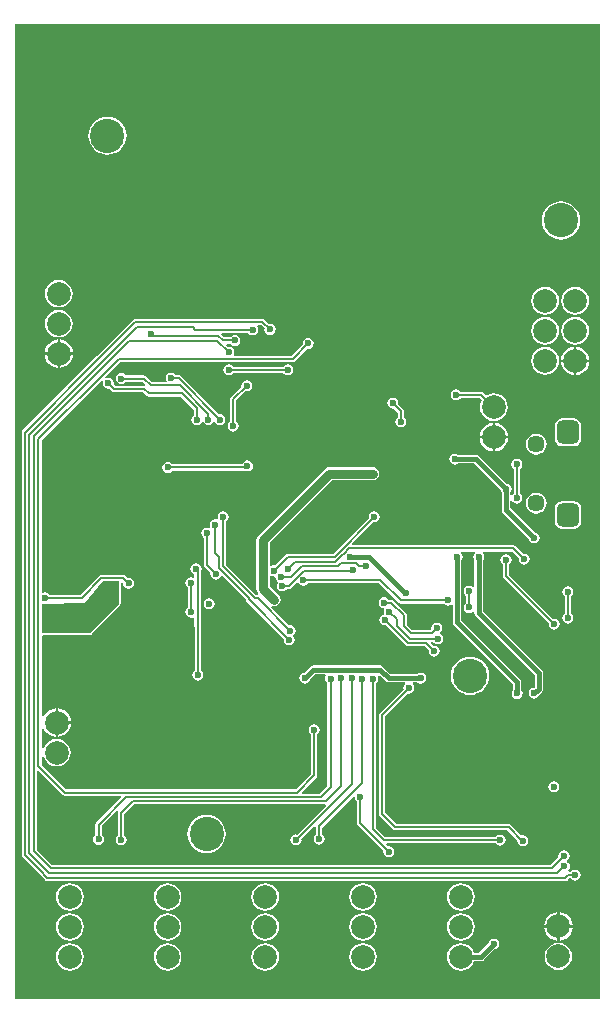
<source format=gbl>
G04*
G04 #@! TF.GenerationSoftware,Altium Limited,Altium Designer,19.0.13 (425)*
G04*
G04 Layer_Physical_Order=2*
G04 Layer_Color=16711680*
%FSLAX25Y25*%
%MOIN*%
G70*
G01*
G75*
%ADD12C,0.00787*%
%ADD61C,0.03150*%
%ADD104C,0.01575*%
%ADD105C,0.11417*%
%ADD106C,0.07874*%
G04:AMPARAMS|DCode=107|XSize=78.74mil|YSize=74.8mil|CornerRadius=18.7mil|HoleSize=0mil|Usage=FLASHONLY|Rotation=90.000|XOffset=0mil|YOffset=0mil|HoleType=Round|Shape=RoundedRectangle|*
%AMROUNDEDRECTD107*
21,1,0.07874,0.03740,0,0,90.0*
21,1,0.04134,0.07480,0,0,90.0*
1,1,0.03740,0.01870,0.02067*
1,1,0.03740,0.01870,-0.02067*
1,1,0.03740,-0.01870,-0.02067*
1,1,0.03740,-0.01870,0.02067*
%
%ADD107ROUNDEDRECTD107*%
%ADD108C,0.05709*%
%ADD109C,0.02362*%
%ADD110C,0.01500*%
G36*
X195953Y13496D02*
X897D01*
Y338315D01*
X195953D01*
Y13496D01*
D02*
G37*
%LPC*%
G36*
X31850Y307511D02*
X30608Y307389D01*
X29413Y307026D01*
X28312Y306438D01*
X27347Y305645D01*
X26555Y304680D01*
X25966Y303579D01*
X25604Y302384D01*
X25481Y301142D01*
X25604Y299899D01*
X25966Y298704D01*
X26555Y297603D01*
X27347Y296638D01*
X28312Y295846D01*
X29413Y295257D01*
X30608Y294895D01*
X31850Y294773D01*
X33093Y294895D01*
X34288Y295257D01*
X35389Y295846D01*
X36354Y296638D01*
X37146Y297603D01*
X37735Y298704D01*
X38097Y299899D01*
X38220Y301142D01*
X38097Y302384D01*
X37735Y303579D01*
X37146Y304680D01*
X36354Y305645D01*
X35389Y306438D01*
X34288Y307026D01*
X33093Y307389D01*
X31850Y307511D01*
D02*
G37*
G36*
X182992Y279243D02*
X181749Y279121D01*
X180555Y278758D01*
X179454Y278170D01*
X178488Y277378D01*
X177696Y276413D01*
X177108Y275311D01*
X176745Y274117D01*
X176623Y272874D01*
X176745Y271631D01*
X177108Y270437D01*
X177696Y269335D01*
X178488Y268370D01*
X179454Y267578D01*
X180555Y266990D01*
X181749Y266627D01*
X182992Y266505D01*
X184235Y266627D01*
X185430Y266990D01*
X186531Y267578D01*
X187496Y268370D01*
X188288Y269335D01*
X188876Y270437D01*
X189239Y271631D01*
X189361Y272874D01*
X189239Y274117D01*
X188876Y275311D01*
X188288Y276413D01*
X187496Y277378D01*
X186531Y278170D01*
X185430Y278758D01*
X184235Y279121D01*
X182992Y279243D01*
D02*
G37*
G36*
X15590Y253110D02*
X14398Y252953D01*
X13287Y252493D01*
X12333Y251761D01*
X11601Y250807D01*
X11141Y249696D01*
X10984Y248504D01*
X11141Y247312D01*
X11601Y246201D01*
X12333Y245247D01*
X13287Y244515D01*
X14398Y244055D01*
X15590Y243898D01*
X16783Y244055D01*
X17894Y244515D01*
X18848Y245247D01*
X19580Y246201D01*
X20040Y247312D01*
X20197Y248504D01*
X20040Y249696D01*
X19580Y250807D01*
X18848Y251761D01*
X17894Y252493D01*
X16783Y252953D01*
X15590Y253110D01*
D02*
G37*
G36*
X187769Y250748D02*
X186577Y250591D01*
X185466Y250131D01*
X184512Y249399D01*
X183780Y248445D01*
X183320Y247334D01*
X183163Y246142D01*
X183320Y244950D01*
X183780Y243839D01*
X184512Y242885D01*
X185466Y242153D01*
X186577Y241692D01*
X187769Y241535D01*
X188962Y241692D01*
X190073Y242153D01*
X191026Y242885D01*
X191759Y243839D01*
X192219Y244950D01*
X192376Y246142D01*
X192219Y247334D01*
X191759Y248445D01*
X191026Y249399D01*
X190073Y250131D01*
X188962Y250591D01*
X187769Y250748D01*
D02*
G37*
G36*
X177769D02*
X176577Y250591D01*
X175466Y250131D01*
X174512Y249399D01*
X173780Y248445D01*
X173320Y247334D01*
X173163Y246142D01*
X173320Y244950D01*
X173780Y243839D01*
X174512Y242885D01*
X175466Y242153D01*
X176577Y241692D01*
X177769Y241535D01*
X178962Y241692D01*
X180072Y242153D01*
X181026Y242885D01*
X181758Y243839D01*
X182219Y244950D01*
X182376Y246142D01*
X182219Y247334D01*
X181758Y248445D01*
X181026Y249399D01*
X180072Y250131D01*
X178962Y250591D01*
X177769Y250748D01*
D02*
G37*
G36*
X83504Y240138D02*
X83504Y240138D01*
X41177D01*
X41177Y240138D01*
X40778Y240059D01*
X40439Y239832D01*
X40439Y239832D01*
X36288Y235681D01*
X36288Y235681D01*
X28446Y227839D01*
X28446Y227839D01*
X28446Y227839D01*
X3499Y202892D01*
X3273Y202554D01*
X3193Y202154D01*
X3193Y202154D01*
X3193Y61349D01*
X3193Y61349D01*
X3273Y60950D01*
X3499Y60611D01*
X8571Y55540D01*
X11045Y53066D01*
X11045Y53066D01*
X11383Y52840D01*
X11783Y52760D01*
X11783Y52760D01*
X177402Y52760D01*
X184473D01*
X184473Y52760D01*
X184873Y52840D01*
X185211Y53066D01*
X185787Y53641D01*
X186315D01*
X186490Y53379D01*
X187089Y52979D01*
X187795Y52838D01*
X188502Y52979D01*
X189101Y53379D01*
X189501Y53978D01*
X189642Y54685D01*
X189501Y55392D01*
X189101Y55991D01*
X188502Y56391D01*
X187795Y56532D01*
X187089Y56391D01*
X186490Y55991D01*
X186315Y55729D01*
X185594D01*
X185442Y56229D01*
X185479Y56253D01*
X185879Y56852D01*
X186020Y57559D01*
X185879Y58266D01*
X185479Y58865D01*
X185123Y59102D01*
X185105Y59691D01*
X185321Y59836D01*
X185721Y60435D01*
X185862Y61142D01*
X185721Y61848D01*
X185321Y62447D01*
X184722Y62848D01*
X184015Y62988D01*
X183309Y62848D01*
X182710Y62447D01*
X182309Y61848D01*
X182169Y61142D01*
X182230Y60833D01*
X179449Y58051D01*
X13383Y57932D01*
X8288Y63027D01*
X8288Y89366D01*
X8750Y89558D01*
X16841Y81467D01*
X16841Y81467D01*
X17179Y81240D01*
X17579Y81161D01*
X36355D01*
X36546Y80699D01*
X28120Y72273D01*
X27894Y71935D01*
X27815Y71535D01*
X27815Y71535D01*
Y68055D01*
X27553Y67880D01*
X27152Y67281D01*
X27012Y66575D01*
X27152Y65868D01*
X27553Y65269D01*
X28152Y64869D01*
X28858Y64728D01*
X29565Y64869D01*
X30164Y65269D01*
X30564Y65868D01*
X30705Y66575D01*
X30564Y67281D01*
X30164Y67880D01*
X29902Y68055D01*
Y71103D01*
X35098Y76299D01*
X35486Y75980D01*
X35414Y75872D01*
X35334Y75472D01*
X35334Y75472D01*
Y68016D01*
X35072Y67841D01*
X34672Y67242D01*
X34532Y66535D01*
X34672Y65829D01*
X35072Y65230D01*
X35671Y64829D01*
X36378Y64689D01*
X37085Y64829D01*
X37684Y65230D01*
X38084Y65829D01*
X38225Y66535D01*
X38084Y67242D01*
X37684Y67841D01*
X37422Y68016D01*
Y75040D01*
X40708Y78326D01*
X104498D01*
X104666Y78065D01*
X104717Y77839D01*
X95074Y68196D01*
X94693Y68271D01*
X93986Y68131D01*
X93387Y67731D01*
X92987Y67132D01*
X92846Y66425D01*
X92987Y65718D01*
X93387Y65119D01*
X93986Y64719D01*
X94693Y64578D01*
X95399Y64719D01*
X95998Y65119D01*
X96399Y65718D01*
X96539Y66425D01*
X96492Y66662D01*
X100871Y71041D01*
X101104Y70986D01*
X101358Y70821D01*
Y68134D01*
X101096Y67959D01*
X100696Y67360D01*
X100555Y66654D01*
X100696Y65947D01*
X101096Y65348D01*
X101695Y64948D01*
X102402Y64807D01*
X103108Y64948D01*
X103707Y65348D01*
X104107Y65947D01*
X104248Y66654D01*
X104107Y67360D01*
X103707Y67959D01*
X103445Y68134D01*
Y70494D01*
X113747Y80796D01*
X114254Y80596D01*
X114357Y80081D01*
X114757Y79482D01*
X115019Y79307D01*
Y72006D01*
X115019Y72006D01*
X115099Y71606D01*
X115325Y71268D01*
X123804Y62788D01*
X123743Y62479D01*
X123884Y61773D01*
X124284Y61174D01*
X124883Y60773D01*
X125590Y60633D01*
X126296Y60773D01*
X126895Y61174D01*
X127295Y61773D01*
X127436Y62479D01*
X127295Y63186D01*
X126895Y63785D01*
X126296Y64185D01*
X125590Y64326D01*
X125280Y64264D01*
X124712Y64833D01*
X124903Y65295D01*
X161236D01*
X161411Y65033D01*
X162010Y64633D01*
X162716Y64492D01*
X163423Y64633D01*
X164022Y65033D01*
X164423Y65632D01*
X164563Y66339D01*
X164423Y67045D01*
X164022Y67644D01*
X163423Y68045D01*
X162716Y68185D01*
X162010Y68045D01*
X161411Y67644D01*
X161236Y67382D01*
X124330D01*
X121292Y70420D01*
Y118669D01*
X121554Y118844D01*
X121954Y119443D01*
X122095Y120150D01*
X121957Y120842D01*
X121955Y120858D01*
X122205Y121381D01*
X122448Y121414D01*
X124529Y119333D01*
X124998Y119019D01*
X125551Y118909D01*
X130950D01*
X131102Y118409D01*
X131016Y118352D01*
X130616Y117753D01*
X130475Y117046D01*
X130537Y116737D01*
X122608Y108809D01*
X122382Y108470D01*
X122303Y108071D01*
X122303Y108071D01*
Y75039D01*
X122303Y75039D01*
X122382Y74640D01*
X122608Y74301D01*
X127057Y69853D01*
X127057Y69853D01*
X127396Y69626D01*
X127795Y69547D01*
X127795Y69547D01*
X165158D01*
X168425Y66280D01*
X168390Y66102D01*
X168530Y65396D01*
X168930Y64797D01*
X169530Y64396D01*
X170236Y64256D01*
X170943Y64396D01*
X171542Y64797D01*
X171942Y65396D01*
X172083Y66102D01*
X171942Y66809D01*
X171542Y67408D01*
X170943Y67808D01*
X170236Y67949D01*
X169796Y67861D01*
X166329Y71329D01*
X165990Y71555D01*
X165591Y71634D01*
X165591Y71634D01*
X128228D01*
X124390Y75472D01*
Y107639D01*
X132013Y115261D01*
X132322Y115200D01*
X133028Y115340D01*
X133627Y115741D01*
X134028Y116340D01*
X134168Y117046D01*
X134028Y117753D01*
X133627Y118352D01*
X133542Y118409D01*
X133693Y118909D01*
X135124D01*
X135514Y118648D01*
X136221Y118508D01*
X136927Y118648D01*
X137526Y119049D01*
X137926Y119648D01*
X138067Y120354D01*
X137926Y121061D01*
X137526Y121660D01*
X136927Y122060D01*
X136221Y122201D01*
X135514Y122060D01*
X135124Y121799D01*
X126150D01*
X123817Y124132D01*
X123348Y124445D01*
X122795Y124555D01*
X100409D01*
X99856Y124445D01*
X99388Y124132D01*
X97352Y122097D01*
X96892Y122005D01*
X96293Y121605D01*
X95893Y121006D01*
X95752Y120299D01*
X95893Y119593D01*
X96293Y118994D01*
X96892Y118593D01*
X97598Y118453D01*
X98305Y118593D01*
X98904Y118994D01*
X99304Y119593D01*
X99396Y120053D01*
X101008Y121665D01*
X104429D01*
X104696Y121165D01*
X104511Y120888D01*
X104370Y120181D01*
X104511Y119474D01*
X104911Y118875D01*
X105173Y118700D01*
Y84531D01*
X102473Y81831D01*
X96756D01*
X96564Y82293D01*
X101525Y87254D01*
X101752Y87593D01*
X101831Y87992D01*
X101831Y87992D01*
Y101669D01*
X102093Y101844D01*
X102493Y102443D01*
X102634Y103150D01*
X102493Y103856D01*
X102093Y104455D01*
X101494Y104856D01*
X100787Y104996D01*
X100081Y104856D01*
X99482Y104455D01*
X99081Y103856D01*
X98941Y103150D01*
X99081Y102443D01*
X99482Y101844D01*
X99744Y101669D01*
Y88424D01*
X94568Y83248D01*
X18011D01*
X9875Y91385D01*
Y95025D01*
X10375Y95058D01*
X10472Y94320D01*
X10932Y93209D01*
X11664Y92255D01*
X12618Y91523D01*
X13729Y91062D01*
X14921Y90905D01*
X16114Y91062D01*
X17224Y91523D01*
X18178Y92255D01*
X18911Y93209D01*
X19371Y94320D01*
X19528Y95512D01*
X19371Y96704D01*
X18911Y97815D01*
X18178Y98769D01*
X17224Y99501D01*
X16114Y99961D01*
X14921Y100118D01*
X13729Y99961D01*
X12618Y99501D01*
X11664Y98769D01*
X10932Y97815D01*
X10472Y96704D01*
X10375Y95965D01*
X9875Y95998D01*
Y104043D01*
X10375Y104143D01*
X10795Y103129D01*
X11552Y102142D01*
X12539Y101385D01*
X13688Y100909D01*
X14528Y100798D01*
Y105512D01*
Y110225D01*
X13688Y110115D01*
X12539Y109639D01*
X11552Y108881D01*
X10795Y107894D01*
X10375Y106881D01*
X9875Y106980D01*
Y134385D01*
X9878Y134403D01*
X10375Y134864D01*
X26331Y134673D01*
X26344Y134675D01*
X26357Y134673D01*
X26467Y134698D01*
X26577Y134719D01*
X26588Y134726D01*
X26601Y134729D01*
X26693Y134794D01*
X26787Y134855D01*
X26795Y134866D01*
X26805Y134874D01*
X36018Y144626D01*
X36080Y144725D01*
X36145Y144821D01*
X36146Y144830D01*
X36151Y144838D01*
X36171Y144953D01*
X36193Y145067D01*
Y152539D01*
X36700D01*
X37055Y152184D01*
X37012Y151969D01*
X37152Y151262D01*
X37553Y150663D01*
X38152Y150263D01*
X38858Y150122D01*
X39565Y150263D01*
X40164Y150663D01*
X40564Y151262D01*
X40705Y151969D01*
X40564Y152675D01*
X40164Y153274D01*
X39565Y153674D01*
X38858Y153815D01*
X38456Y153735D01*
X37870Y154321D01*
X37531Y154547D01*
X37132Y154626D01*
X37132Y154626D01*
X29822D01*
X29422Y154547D01*
X29083Y154321D01*
X29083Y154321D01*
X22909Y148146D01*
X12516D01*
X12341Y148408D01*
X11742Y148808D01*
X11036Y148949D01*
X10375Y148817D01*
X10246Y148836D01*
X9875Y149035D01*
Y199462D01*
X30053Y219640D01*
X30441Y219321D01*
X30420Y219289D01*
X30279Y218583D01*
X30420Y217876D01*
X30820Y217277D01*
X31419Y216877D01*
X32126Y216736D01*
X32435Y216798D01*
X33238Y215994D01*
X33577Y215768D01*
X33976Y215689D01*
X43701D01*
X44892Y214498D01*
X44892Y214498D01*
X45230Y214272D01*
X45630Y214193D01*
X45630Y214193D01*
X56189D01*
X60531Y209850D01*
Y207937D01*
X60269Y207762D01*
X59869Y207163D01*
X59728Y206457D01*
X59869Y205750D01*
X60269Y205151D01*
X60868Y204751D01*
X61575Y204610D01*
X62281Y204751D01*
X62880Y205151D01*
X63281Y205750D01*
X63296Y205828D01*
X63804Y205829D01*
X63806Y205828D01*
X64206Y205230D01*
X64805Y204830D01*
X65512Y204689D01*
X66218Y204830D01*
X66817Y205230D01*
X67143Y205718D01*
X67305Y205755D01*
X67537D01*
X67699Y205718D01*
X68025Y205230D01*
X68624Y204830D01*
X69331Y204689D01*
X70037Y204830D01*
X70636Y205230D01*
X71037Y205829D01*
X71177Y206535D01*
X71037Y207242D01*
X70636Y207841D01*
X70037Y208241D01*
X69331Y208382D01*
X69022Y208320D01*
X56348Y220994D01*
X56010Y221220D01*
X55610Y221300D01*
X55610Y221300D01*
X54630D01*
X54455Y221562D01*
X53856Y221962D01*
X53150Y222102D01*
X52443Y221962D01*
X51844Y221562D01*
X51444Y220963D01*
X51303Y220256D01*
X51444Y219549D01*
X51532Y219418D01*
X51264Y218918D01*
X46708D01*
X44691Y220935D01*
X44353Y221161D01*
X43953Y221240D01*
X43953Y221240D01*
X37977D01*
X37802Y221502D01*
X37203Y221903D01*
X36496Y222043D01*
X35789Y221903D01*
X35190Y221502D01*
X34790Y220903D01*
X34650Y220197D01*
X34790Y219490D01*
X35190Y218891D01*
X35789Y218491D01*
X36496Y218350D01*
X37203Y218491D01*
X37802Y218891D01*
X37977Y219153D01*
X43521D01*
X44451Y218223D01*
X44205Y217762D01*
X44134Y217776D01*
X44134Y217776D01*
X34409D01*
X33911Y218274D01*
X33972Y218583D01*
X33832Y219289D01*
X33432Y219888D01*
X32833Y220289D01*
X32126Y220429D01*
X31419Y220289D01*
X31387Y220267D01*
X31069Y220655D01*
X33061Y222648D01*
X33061Y222648D01*
X36102Y225689D01*
X93583D01*
X93583Y225689D01*
X93982Y225768D01*
X94321Y225994D01*
X98431Y230105D01*
X98740Y230043D01*
X99447Y230184D01*
X100046Y230584D01*
X100446Y231183D01*
X100587Y231890D01*
X100446Y232596D01*
X100046Y233195D01*
X99447Y233596D01*
X98740Y233736D01*
X98033Y233596D01*
X97435Y233195D01*
X97034Y232596D01*
X96894Y231890D01*
X96955Y231581D01*
X93150Y227776D01*
X74216D01*
X74018Y228148D01*
X73998Y228276D01*
X74130Y228937D01*
X73989Y229644D01*
X73589Y230243D01*
X72990Y230643D01*
X72284Y230784D01*
X71974Y230722D01*
X71328Y231368D01*
X71519Y231830D01*
X72850D01*
X73025Y231568D01*
X73624Y231168D01*
X74331Y231028D01*
X75037Y231168D01*
X75636Y231568D01*
X76037Y232167D01*
X76177Y232874D01*
X76037Y233581D01*
X75636Y234180D01*
X75037Y234580D01*
X74331Y234720D01*
X73624Y234580D01*
X73025Y234180D01*
X72850Y233918D01*
X70783D01*
X69788Y234913D01*
X69995Y235413D01*
X78716D01*
X78891Y235151D01*
X79490Y234751D01*
X80197Y234610D01*
X80904Y234751D01*
X81502Y235151D01*
X81903Y235750D01*
X82043Y236457D01*
X81903Y237163D01*
X81644Y237551D01*
X81902Y238051D01*
X83072D01*
X84239Y236884D01*
X84177Y236575D01*
X84318Y235868D01*
X84718Y235269D01*
X85317Y234869D01*
X86024Y234728D01*
X86730Y234869D01*
X87329Y235269D01*
X87730Y235868D01*
X87870Y236575D01*
X87730Y237281D01*
X87329Y237880D01*
X86730Y238281D01*
X86024Y238421D01*
X85715Y238360D01*
X84242Y239832D01*
X83903Y240059D01*
X83504Y240138D01*
D02*
G37*
G36*
X15590Y243110D02*
X14398Y242953D01*
X13287Y242493D01*
X12333Y241761D01*
X11601Y240807D01*
X11141Y239696D01*
X10984Y238504D01*
X11141Y237312D01*
X11601Y236201D01*
X12333Y235247D01*
X13287Y234515D01*
X14398Y234055D01*
X15590Y233898D01*
X16783Y234055D01*
X17894Y234515D01*
X18848Y235247D01*
X19580Y236201D01*
X20040Y237312D01*
X20197Y238504D01*
X20040Y239696D01*
X19580Y240807D01*
X18848Y241761D01*
X17894Y242493D01*
X16783Y242953D01*
X15590Y243110D01*
D02*
G37*
G36*
X187769Y240748D02*
X186577Y240591D01*
X185466Y240131D01*
X184512Y239399D01*
X183780Y238445D01*
X183320Y237334D01*
X183163Y236142D01*
X183320Y234949D01*
X183780Y233839D01*
X184512Y232885D01*
X185466Y232153D01*
X186577Y231692D01*
X187769Y231535D01*
X188962Y231692D01*
X190073Y232153D01*
X191026Y232885D01*
X191759Y233839D01*
X192219Y234949D01*
X192376Y236142D01*
X192219Y237334D01*
X191759Y238445D01*
X191026Y239399D01*
X190073Y240131D01*
X188962Y240591D01*
X187769Y240748D01*
D02*
G37*
G36*
X177769D02*
X176577Y240591D01*
X175466Y240131D01*
X174512Y239399D01*
X173780Y238445D01*
X173320Y237334D01*
X173163Y236142D01*
X173320Y234949D01*
X173780Y233839D01*
X174512Y232885D01*
X175466Y232153D01*
X176577Y231692D01*
X177769Y231535D01*
X178962Y231692D01*
X180072Y232153D01*
X181026Y232885D01*
X181758Y233839D01*
X182219Y234949D01*
X182376Y236142D01*
X182219Y237334D01*
X181758Y238445D01*
X181026Y239399D01*
X180072Y240131D01*
X178962Y240591D01*
X177769Y240748D01*
D02*
G37*
G36*
X15984Y233217D02*
Y228898D01*
X20304D01*
X20193Y229737D01*
X19717Y230887D01*
X18960Y231873D01*
X17973Y232631D01*
X16824Y233107D01*
X15984Y233217D01*
D02*
G37*
G36*
X15197D02*
X14357Y233107D01*
X13208Y232631D01*
X12221Y231873D01*
X11464Y230887D01*
X10988Y229737D01*
X10877Y228898D01*
X15197D01*
Y233217D01*
D02*
G37*
G36*
X188163Y230855D02*
Y226535D01*
X192483D01*
X192372Y227375D01*
X191896Y228524D01*
X191139Y229511D01*
X190152Y230269D01*
X189003Y230745D01*
X188163Y230855D01*
D02*
G37*
G36*
X187376D02*
X186536Y230745D01*
X185387Y230269D01*
X184400Y229511D01*
X183642Y228524D01*
X183167Y227375D01*
X183056Y226535D01*
X187376D01*
Y230855D01*
D02*
G37*
G36*
X91929Y224917D02*
X91223Y224777D01*
X90623Y224377D01*
X90448Y224114D01*
X73804D01*
X73628Y224377D01*
X73030Y224777D01*
X72323Y224917D01*
X71616Y224777D01*
X71017Y224377D01*
X70617Y223778D01*
X70476Y223071D01*
X70617Y222364D01*
X71017Y221765D01*
X71616Y221365D01*
X72323Y221224D01*
X73030Y221365D01*
X73628Y221765D01*
X73804Y222027D01*
X90448D01*
X90623Y221765D01*
X91223Y221365D01*
X91929Y221224D01*
X92636Y221365D01*
X93235Y221765D01*
X93635Y222364D01*
X93776Y223071D01*
X93635Y223778D01*
X93235Y224377D01*
X92636Y224777D01*
X91929Y224917D01*
D02*
G37*
G36*
X20304Y228110D02*
X15984D01*
Y223791D01*
X16824Y223901D01*
X17973Y224377D01*
X18960Y225134D01*
X19717Y226121D01*
X20193Y227271D01*
X20304Y228110D01*
D02*
G37*
G36*
X15197D02*
X10877D01*
X10988Y227271D01*
X11464Y226121D01*
X12221Y225134D01*
X13208Y224377D01*
X14357Y223901D01*
X15197Y223791D01*
Y228110D01*
D02*
G37*
G36*
X177769Y230748D02*
X176577Y230591D01*
X175466Y230131D01*
X174512Y229399D01*
X173780Y228445D01*
X173320Y227334D01*
X173163Y226142D01*
X173320Y224950D01*
X173780Y223839D01*
X174512Y222885D01*
X175466Y222152D01*
X176577Y221692D01*
X177769Y221535D01*
X178962Y221692D01*
X180072Y222152D01*
X181026Y222885D01*
X181758Y223839D01*
X182219Y224950D01*
X182376Y226142D01*
X182219Y227334D01*
X181758Y228445D01*
X181026Y229399D01*
X180072Y230131D01*
X178962Y230591D01*
X177769Y230748D01*
D02*
G37*
G36*
X192483Y225748D02*
X188163D01*
Y221428D01*
X189003Y221539D01*
X190152Y222015D01*
X191139Y222772D01*
X191896Y223759D01*
X192372Y224908D01*
X192483Y225748D01*
D02*
G37*
G36*
X187376D02*
X183056D01*
X183167Y224908D01*
X183642Y223759D01*
X184400Y222772D01*
X185387Y222015D01*
X186536Y221539D01*
X187376Y221428D01*
Y225748D01*
D02*
G37*
G36*
X78268Y219642D02*
X77561Y219501D01*
X76962Y219101D01*
X76562Y218502D01*
X76421Y217795D01*
X76483Y217486D01*
X73041Y214045D01*
X72815Y213706D01*
X72736Y213307D01*
X72736Y213307D01*
Y205733D01*
X72474Y205558D01*
X72074Y204959D01*
X71933Y204252D01*
X72074Y203545D01*
X72474Y202946D01*
X73073Y202546D01*
X73779Y202406D01*
X74486Y202546D01*
X75085Y202946D01*
X75485Y203545D01*
X75626Y204252D01*
X75485Y204959D01*
X75085Y205558D01*
X74823Y205733D01*
Y212875D01*
X77959Y216010D01*
X78268Y215949D01*
X78974Y216089D01*
X79573Y216490D01*
X79974Y217089D01*
X80114Y217795D01*
X79974Y218502D01*
X79573Y219101D01*
X78974Y219501D01*
X78268Y219642D01*
D02*
G37*
G36*
X148110Y216610D02*
X147404Y216470D01*
X146805Y216069D01*
X146404Y215470D01*
X146264Y214764D01*
X146404Y214057D01*
X146805Y213458D01*
X147404Y213058D01*
X148110Y212917D01*
X148817Y213058D01*
X149416Y213458D01*
X149591Y213720D01*
X156064D01*
X156732Y213052D01*
X156641Y212933D01*
X156181Y211822D01*
X156024Y210630D01*
X156181Y209438D01*
X156641Y208327D01*
X157373Y207373D01*
X158327Y206641D01*
X159438Y206181D01*
X160630Y206024D01*
X161822Y206181D01*
X162933Y206641D01*
X163887Y207373D01*
X164619Y208327D01*
X165079Y209438D01*
X165236Y210630D01*
X165079Y211822D01*
X164619Y212933D01*
X163887Y213887D01*
X162933Y214619D01*
X161822Y215079D01*
X160630Y215236D01*
X159438Y215079D01*
X158327Y214619D01*
X158208Y214528D01*
X157234Y215502D01*
X156895Y215728D01*
X156496Y215807D01*
X156496Y215807D01*
X149591D01*
X149416Y216069D01*
X148817Y216470D01*
X148110Y216610D01*
D02*
G37*
G36*
X126929Y213776D02*
X126223Y213635D01*
X125624Y213235D01*
X125223Y212636D01*
X125083Y211929D01*
X125223Y211223D01*
X125624Y210624D01*
X126223Y210223D01*
X126929Y210083D01*
X127238Y210144D01*
X128543Y208839D01*
Y207248D01*
X128281Y207073D01*
X127881Y206474D01*
X127740Y205768D01*
X127881Y205061D01*
X128281Y204462D01*
X128880Y204062D01*
X129587Y203921D01*
X130293Y204062D01*
X130892Y204462D01*
X131293Y205061D01*
X131433Y205768D01*
X131293Y206474D01*
X130892Y207073D01*
X130630Y207248D01*
Y209272D01*
X130551Y209671D01*
X130325Y210010D01*
X130325Y210010D01*
X128714Y211620D01*
X128776Y211929D01*
X128635Y212636D01*
X128235Y213235D01*
X127636Y213635D01*
X126929Y213776D01*
D02*
G37*
G36*
X161024Y205343D02*
Y201024D01*
X165343D01*
X165233Y201863D01*
X164757Y203012D01*
X163999Y203999D01*
X163013Y204757D01*
X161863Y205233D01*
X161024Y205343D01*
D02*
G37*
G36*
X160236D02*
X159397Y205233D01*
X158247Y204757D01*
X157260Y203999D01*
X156503Y203012D01*
X156027Y201863D01*
X155917Y201024D01*
X160236D01*
Y205343D01*
D02*
G37*
G36*
X187224Y206899D02*
X183484D01*
X182509Y206705D01*
X181682Y206153D01*
X181129Y205326D01*
X180935Y204350D01*
Y200217D01*
X181129Y199241D01*
X181682Y198414D01*
X182509Y197862D01*
X183484Y197668D01*
X187224D01*
X188200Y197862D01*
X189027Y198414D01*
X189579Y199241D01*
X189773Y200217D01*
Y204350D01*
X189579Y205326D01*
X189027Y206153D01*
X188200Y206705D01*
X187224Y206899D01*
D02*
G37*
G36*
X165343Y200236D02*
X161024D01*
Y195917D01*
X161863Y196027D01*
X163013Y196503D01*
X163999Y197260D01*
X164757Y198247D01*
X165233Y199397D01*
X165343Y200236D01*
D02*
G37*
G36*
X160236D02*
X155917D01*
X156027Y199397D01*
X156503Y198247D01*
X157260Y197260D01*
X158247Y196503D01*
X159397Y196027D01*
X160236Y195917D01*
Y200236D01*
D02*
G37*
G36*
X174724Y201861D02*
X173815Y201741D01*
X172967Y201390D01*
X172239Y200831D01*
X171681Y200104D01*
X171330Y199256D01*
X171210Y198346D01*
X171330Y197437D01*
X171681Y196589D01*
X172239Y195861D01*
X172967Y195303D01*
X173815Y194952D01*
X174724Y194832D01*
X175634Y194952D01*
X176482Y195303D01*
X177209Y195861D01*
X177768Y196589D01*
X178119Y197437D01*
X178239Y198346D01*
X178119Y199256D01*
X177768Y200104D01*
X177209Y200831D01*
X176482Y201390D01*
X175634Y201741D01*
X174724Y201861D01*
D02*
G37*
G36*
X78504Y192910D02*
X77797Y192769D01*
X77198Y192369D01*
X76798Y191770D01*
X76763Y191595D01*
X53489D01*
X53313Y191857D01*
X52715Y192257D01*
X52008Y192398D01*
X51301Y192257D01*
X50702Y191857D01*
X50302Y191258D01*
X50161Y190551D01*
X50302Y189845D01*
X50702Y189245D01*
X51301Y188845D01*
X52008Y188705D01*
X52715Y188845D01*
X53313Y189245D01*
X53489Y189507D01*
X77572D01*
X77797Y189357D01*
X78504Y189216D01*
X79211Y189357D01*
X79810Y189757D01*
X80210Y190356D01*
X80350Y191063D01*
X80210Y191770D01*
X79810Y192369D01*
X79211Y192769D01*
X78504Y192910D01*
D02*
G37*
G36*
X147638Y195193D02*
X146931Y195052D01*
X146332Y194652D01*
X145932Y194053D01*
X145791Y193346D01*
X145932Y192640D01*
X146332Y192041D01*
X146931Y191640D01*
X147638Y191500D01*
X148344Y191640D01*
X148735Y191901D01*
X154047D01*
X162927Y183022D01*
X163019Y182561D01*
X163279Y182171D01*
Y176417D01*
X163389Y175864D01*
X163703Y175396D01*
X172258Y166841D01*
X172349Y166380D01*
X172749Y165781D01*
X173348Y165381D01*
X174055Y165240D01*
X174762Y165381D01*
X175361Y165781D01*
X175761Y166380D01*
X175902Y167087D01*
X175761Y167793D01*
X175361Y168392D01*
X174762Y168793D01*
X174301Y168884D01*
X166170Y177016D01*
Y179335D01*
X166669Y179487D01*
X166962Y179049D01*
X167561Y178648D01*
X168268Y178508D01*
X168974Y178648D01*
X169573Y179049D01*
X169974Y179648D01*
X170114Y180354D01*
X169974Y181061D01*
X169573Y181660D01*
X169311Y181835D01*
Y190094D01*
X169573Y190269D01*
X169974Y190868D01*
X170114Y191575D01*
X169974Y192281D01*
X169573Y192880D01*
X168974Y193281D01*
X168268Y193421D01*
X167561Y193281D01*
X166962Y192880D01*
X166562Y192281D01*
X166421Y191575D01*
X166562Y190868D01*
X166962Y190269D01*
X167224Y190094D01*
Y181835D01*
X166962Y181660D01*
X166669Y181222D01*
X166170Y181374D01*
Y182171D01*
X166430Y182561D01*
X166571Y183268D01*
X166430Y183974D01*
X166030Y184573D01*
X165431Y184974D01*
X164971Y185065D01*
X155667Y194368D01*
X155199Y194682D01*
X154646Y194791D01*
X148735D01*
X148344Y195052D01*
X147638Y195193D01*
D02*
G37*
G36*
X174724Y182176D02*
X173815Y182056D01*
X172967Y181705D01*
X172239Y181146D01*
X171681Y180419D01*
X171330Y179571D01*
X171210Y178661D01*
X171330Y177752D01*
X171681Y176904D01*
X172239Y176176D01*
X172967Y175618D01*
X173815Y175267D01*
X174724Y175147D01*
X175634Y175267D01*
X176482Y175618D01*
X177209Y176176D01*
X177768Y176904D01*
X178119Y177752D01*
X178239Y178661D01*
X178119Y179571D01*
X177768Y180419D01*
X177209Y181146D01*
X176482Y181705D01*
X175634Y182056D01*
X174724Y182176D01*
D02*
G37*
G36*
X187224Y179340D02*
X183484D01*
X182509Y179146D01*
X181682Y178594D01*
X181129Y177767D01*
X180935Y176791D01*
Y172658D01*
X181129Y171682D01*
X181682Y170855D01*
X182509Y170302D01*
X183484Y170108D01*
X187224D01*
X188200Y170302D01*
X189027Y170855D01*
X189579Y171682D01*
X189773Y172658D01*
Y176791D01*
X189579Y177767D01*
X189027Y178594D01*
X188200Y179146D01*
X187224Y179340D01*
D02*
G37*
G36*
X61339Y158579D02*
X60632Y158438D01*
X60033Y158038D01*
X59633Y157439D01*
X59492Y156732D01*
X59633Y156026D01*
X60033Y155427D01*
X60632Y155026D01*
X60817Y154990D01*
Y153980D01*
X60445Y153781D01*
X60317Y153762D01*
X59655Y153894D01*
X58949Y153753D01*
X58350Y153353D01*
X57950Y152754D01*
X57809Y152047D01*
X57950Y151341D01*
X58350Y150742D01*
X58587Y150583D01*
Y143781D01*
X58301Y143589D01*
X57900Y142990D01*
X57760Y142283D01*
X57900Y141577D01*
X58301Y140978D01*
X58900Y140577D01*
X59606Y140437D01*
X60313Y140577D01*
X60376Y140619D01*
X60817Y140384D01*
Y137805D01*
X60817Y137805D01*
X60886Y137459D01*
Y122741D01*
X60624Y122565D01*
X60223Y121967D01*
X60083Y121260D01*
X60223Y120553D01*
X60624Y119954D01*
X61222Y119554D01*
X61929Y119413D01*
X62636Y119554D01*
X63235Y119954D01*
X63635Y120553D01*
X63776Y121260D01*
X63635Y121967D01*
X63235Y122565D01*
X62973Y122741D01*
Y137736D01*
X62973Y137736D01*
X62904Y138083D01*
Y155815D01*
X63045Y156026D01*
X63185Y156732D01*
X63045Y157439D01*
X62644Y158038D01*
X62045Y158438D01*
X61339Y158579D01*
D02*
G37*
G36*
X120248Y190724D02*
X105839D01*
X104978Y190553D01*
X104249Y190066D01*
X82033Y167849D01*
X81545Y167120D01*
X81374Y166260D01*
Y150197D01*
X81545Y149337D01*
X82024Y148620D01*
X81996Y148527D01*
X81823Y148149D01*
X81415Y148136D01*
X71477Y158074D01*
Y161335D01*
Y172653D01*
X71739Y172828D01*
X72139Y173427D01*
X72280Y174134D01*
X72139Y174840D01*
X71739Y175440D01*
X71140Y175840D01*
X70433Y175980D01*
X69726Y175840D01*
X69127Y175440D01*
X68727Y174840D01*
X68587Y174134D01*
X68701Y173558D01*
X68613Y173417D01*
X68449Y173254D01*
X68308Y173166D01*
X67733Y173280D01*
X67026Y173139D01*
X66427Y172739D01*
X66027Y172140D01*
X65886Y171433D01*
X66027Y170727D01*
X66049Y170694D01*
X65688Y170334D01*
X65655Y170355D01*
X64949Y170496D01*
X64242Y170355D01*
X63643Y169955D01*
X63243Y169356D01*
X63102Y168650D01*
X63243Y167943D01*
X63643Y167344D01*
X63905Y167169D01*
Y158003D01*
X63905Y158003D01*
X63985Y157604D01*
X64211Y157265D01*
X66168Y155309D01*
X66106Y155000D01*
X66247Y154293D01*
X66647Y153694D01*
X67246Y153294D01*
X67953Y153153D01*
X68659Y153294D01*
X69258Y153694D01*
X69633Y154254D01*
X69737Y154332D01*
X70140Y154454D01*
X77976Y146619D01*
Y146571D01*
X77976Y146571D01*
X78055Y146171D01*
X78281Y145833D01*
X90656Y133458D01*
X90594Y133149D01*
X90735Y132443D01*
X91135Y131844D01*
X91734Y131443D01*
X92441Y131303D01*
X93147Y131443D01*
X93746Y131844D01*
X94147Y132443D01*
X94287Y133149D01*
X94147Y133856D01*
X93746Y134455D01*
Y134645D01*
X94073Y134864D01*
X94474Y135463D01*
X94614Y136169D01*
X94474Y136876D01*
X94073Y137475D01*
X93474Y137875D01*
X92768Y138016D01*
X92459Y137954D01*
X86474Y143939D01*
X86721Y144399D01*
X87283Y144288D01*
X88144Y144459D01*
X88873Y144946D01*
X89360Y145675D01*
X89531Y146535D01*
X89360Y147396D01*
X88873Y148125D01*
X85870Y151128D01*
Y154399D01*
X86370Y154666D01*
X86656Y154475D01*
X87362Y154335D01*
X87849Y153922D01*
X87940Y153466D01*
X88340Y152867D01*
X88435Y152804D01*
X88528Y152140D01*
X88333Y151848D01*
X88193Y151142D01*
X88333Y150435D01*
X88734Y149836D01*
X89333Y149436D01*
X90039Y149295D01*
X90746Y149436D01*
X91345Y149836D01*
X91520Y150098D01*
X92197D01*
X92197Y150098D01*
X92596Y150178D01*
X92935Y150404D01*
X94978Y152446D01*
X95381Y152324D01*
X95485Y152247D01*
X95860Y151687D01*
X96459Y151286D01*
X97165Y151146D01*
X97872Y151286D01*
X98471Y151687D01*
X98646Y151948D01*
X122402D01*
X128868Y145483D01*
X128868Y145483D01*
X129207Y145256D01*
X129606Y145177D01*
X143887D01*
X144009Y144993D01*
X144608Y144593D01*
X145315Y144453D01*
X146022Y144593D01*
X146475Y144896D01*
X146975Y144692D01*
Y138980D01*
X147082Y138442D01*
X147387Y137985D01*
X167018Y118354D01*
Y116390D01*
X166719Y115943D01*
X166579Y115236D01*
X166719Y114530D01*
X167120Y113930D01*
X167719Y113530D01*
X168425Y113390D01*
X169132Y113530D01*
X169731Y113930D01*
X170131Y114530D01*
X170272Y115236D01*
X170131Y115943D01*
X169832Y116390D01*
Y118937D01*
X169725Y119475D01*
X169420Y119932D01*
X149789Y139563D01*
Y159492D01*
X150088Y159939D01*
X150228Y160646D01*
X150088Y161352D01*
X149688Y161951D01*
X149615Y162000D01*
X149767Y162500D01*
X154206D01*
X154357Y162000D01*
X154285Y161951D01*
X153885Y161352D01*
X153744Y160646D01*
X153885Y159939D01*
X154184Y159492D01*
Y150745D01*
X153818Y150601D01*
X153684Y150573D01*
X153108Y150958D01*
X152402Y151099D01*
X151695Y150958D01*
X151096Y150558D01*
X150696Y149959D01*
X150555Y149252D01*
X150696Y148545D01*
X151096Y147946D01*
X151358Y147771D01*
Y145378D01*
X151096Y145203D01*
X150696Y144604D01*
X150555Y143898D01*
X150696Y143191D01*
X151096Y142592D01*
X151695Y142192D01*
X152402Y142051D01*
X153108Y142192D01*
X153684Y142576D01*
X153818Y142549D01*
X154184Y142405D01*
Y141966D01*
X154291Y141428D01*
X154596Y140971D01*
X174227Y121340D01*
Y117358D01*
X173955Y117087D01*
X173427Y116981D01*
X172828Y116581D01*
X172428Y115982D01*
X172287Y115276D01*
X172428Y114569D01*
X172828Y113970D01*
X173427Y113570D01*
X174134Y113429D01*
X174840Y113570D01*
X175440Y113970D01*
X175840Y114569D01*
X175945Y115097D01*
X176629Y115781D01*
X176934Y116237D01*
X177041Y116776D01*
Y121923D01*
X176934Y122461D01*
X176629Y122918D01*
X156998Y142549D01*
Y159492D01*
X157297Y159939D01*
X157437Y160646D01*
X157297Y161352D01*
X156896Y161951D01*
X156824Y162000D01*
X156976Y162500D01*
X166694D01*
X168924Y160270D01*
X168862Y159961D01*
X169003Y159254D01*
X169403Y158655D01*
X170002Y158255D01*
X170709Y158114D01*
X171415Y158255D01*
X172014Y158655D01*
X172415Y159254D01*
X172555Y159961D01*
X172415Y160667D01*
X172014Y161266D01*
X171415Y161667D01*
X170709Y161807D01*
X170400Y161746D01*
X167864Y164281D01*
X167525Y164507D01*
X167126Y164587D01*
X167126Y164587D01*
X113449D01*
X113257Y165049D01*
X120505Y172296D01*
X120748Y172248D01*
X121455Y172389D01*
X122054Y172789D01*
X122454Y173388D01*
X122594Y174094D01*
X122454Y174801D01*
X122054Y175400D01*
X121455Y175800D01*
X120748Y175941D01*
X120041Y175800D01*
X119442Y175400D01*
X119042Y174801D01*
X118902Y174094D01*
X118976Y173720D01*
X107107Y161851D01*
X91988D01*
X91988Y161851D01*
X91589Y161771D01*
X91250Y161545D01*
X91250Y161545D01*
X87671Y157966D01*
X87362Y158028D01*
X86656Y157887D01*
X86370Y157696D01*
X85870Y157964D01*
Y165329D01*
X106770Y186229D01*
X120248D01*
X121108Y186400D01*
X121837Y186887D01*
X122325Y187616D01*
X122496Y188476D01*
X122325Y189337D01*
X121837Y190066D01*
X121108Y190553D01*
X120248Y190724D01*
D02*
G37*
G36*
X65748Y146965D02*
X65041Y146825D01*
X64442Y146424D01*
X64042Y145826D01*
X63902Y145119D01*
X64042Y144412D01*
X64442Y143813D01*
X65041Y143413D01*
X65748Y143272D01*
X66455Y143413D01*
X67054Y143813D01*
X67454Y144412D01*
X67595Y145119D01*
X67454Y145826D01*
X67054Y146424D01*
X66455Y146825D01*
X65748Y146965D01*
D02*
G37*
G36*
X185236Y150902D02*
X184530Y150761D01*
X183931Y150361D01*
X183530Y149762D01*
X183390Y149055D01*
X183530Y148348D01*
X183931Y147749D01*
X184193Y147574D01*
Y141756D01*
X183931Y141581D01*
X183530Y140982D01*
X183390Y140276D01*
X183530Y139569D01*
X183931Y138970D01*
X184530Y138570D01*
X185236Y138429D01*
X185943Y138570D01*
X186542Y138970D01*
X186942Y139569D01*
X187083Y140276D01*
X186942Y140982D01*
X186542Y141581D01*
X186280Y141756D01*
Y147574D01*
X186542Y147749D01*
X186942Y148348D01*
X187083Y149055D01*
X186942Y149762D01*
X186542Y150361D01*
X185943Y150761D01*
X185236Y150902D01*
D02*
G37*
G36*
X164685Y161571D02*
X163978Y161430D01*
X163379Y161030D01*
X162979Y160431D01*
X162838Y159724D01*
X162979Y159018D01*
X163379Y158419D01*
X163641Y158244D01*
Y154410D01*
X163641Y154409D01*
X163721Y154010D01*
X163947Y153672D01*
X178963Y138655D01*
X178902Y138347D01*
X179042Y137640D01*
X179442Y137041D01*
X180041Y136641D01*
X180748Y136500D01*
X181455Y136641D01*
X182054Y137041D01*
X182454Y137640D01*
X182595Y138347D01*
X182454Y139053D01*
X182054Y139652D01*
X181455Y140052D01*
X180748Y140193D01*
X180439Y140131D01*
X165729Y154842D01*
Y158244D01*
X165991Y158419D01*
X166391Y159018D01*
X166532Y159724D01*
X166391Y160431D01*
X165991Y161030D01*
X165392Y161430D01*
X164685Y161571D01*
D02*
G37*
G36*
X124134Y147358D02*
X123427Y147218D01*
X122828Y146818D01*
X122428Y146218D01*
X122287Y145512D01*
X122428Y144805D01*
X122828Y144206D01*
X123427Y143806D01*
X123870Y143718D01*
X124120Y143192D01*
X124109Y143175D01*
X123969Y142469D01*
X124109Y141762D01*
X124028Y141565D01*
X123545Y141469D01*
X122946Y141069D01*
X122546Y140470D01*
X122405Y139763D01*
X122546Y139057D01*
X122946Y138458D01*
X123545Y138058D01*
X124252Y137917D01*
X124561Y137978D01*
X131271Y131268D01*
X131271Y131268D01*
X131610Y131042D01*
X132009Y130962D01*
X132009Y130962D01*
X137562D01*
X138963Y129561D01*
X138901Y129252D01*
X139042Y128545D01*
X139442Y127946D01*
X140041Y127546D01*
X140748Y127406D01*
X141455Y127546D01*
X142054Y127946D01*
X142454Y128545D01*
X142595Y129252D01*
X142454Y129959D01*
X142054Y130558D01*
X141455Y130958D01*
X140748Y131098D01*
X140439Y131037D01*
X139558Y131918D01*
X139750Y132379D01*
X140486D01*
X140661Y132117D01*
X141260Y131717D01*
X141966Y131577D01*
X142673Y131717D01*
X143272Y132117D01*
X143672Y132717D01*
X143813Y133423D01*
X143672Y134130D01*
X143272Y134729D01*
X142818Y135033D01*
X142757Y135496D01*
X142783Y135611D01*
X142920Y135702D01*
X143320Y136301D01*
X143461Y137008D01*
X143320Y137715D01*
X142920Y138313D01*
X142321Y138714D01*
X141614Y138854D01*
X140908Y138714D01*
X140308Y138313D01*
X139908Y137715D01*
X139768Y137008D01*
X139829Y136699D01*
X139450Y136319D01*
X133424D01*
X131674Y138070D01*
Y141220D01*
X131674Y141220D01*
X131594Y141620D01*
X131368Y141958D01*
X131368Y141958D01*
X127234Y146092D01*
X126895Y146319D01*
X126496Y146398D01*
X126496Y146398D01*
X125720D01*
X125440Y146818D01*
X124840Y147218D01*
X124134Y147358D01*
D02*
G37*
G36*
X152717Y127472D02*
X151474Y127349D01*
X150279Y126987D01*
X149178Y126398D01*
X148213Y125606D01*
X147421Y124641D01*
X146832Y123540D01*
X146470Y122345D01*
X146347Y121102D01*
X146470Y119860D01*
X146832Y118665D01*
X147421Y117564D01*
X148213Y116599D01*
X149178Y115806D01*
X150279Y115218D01*
X151474Y114856D01*
X152717Y114733D01*
X153959Y114856D01*
X155154Y115218D01*
X156255Y115806D01*
X157220Y116599D01*
X158012Y117564D01*
X158601Y118665D01*
X158963Y119860D01*
X159086Y121102D01*
X158963Y122345D01*
X158601Y123540D01*
X158012Y124641D01*
X157220Y125606D01*
X156255Y126398D01*
X155154Y126987D01*
X153959Y127349D01*
X152717Y127472D01*
D02*
G37*
G36*
X15315Y110225D02*
Y105905D01*
X19635D01*
X19524Y106745D01*
X19048Y107894D01*
X18291Y108881D01*
X17304Y109639D01*
X16155Y110115D01*
X15315Y110225D01*
D02*
G37*
G36*
X19635Y105118D02*
X15315D01*
Y100798D01*
X16155Y100909D01*
X17304Y101385D01*
X18291Y102142D01*
X19048Y103129D01*
X19524Y104279D01*
X19635Y105118D01*
D02*
G37*
G36*
X180669Y85980D02*
X179963Y85840D01*
X179364Y85439D01*
X178963Y84841D01*
X178823Y84134D01*
X178963Y83427D01*
X179364Y82828D01*
X179963Y82428D01*
X180669Y82287D01*
X181376Y82428D01*
X181975Y82828D01*
X182375Y83427D01*
X182516Y84134D01*
X182375Y84841D01*
X181975Y85439D01*
X181376Y85840D01*
X180669Y85980D01*
D02*
G37*
G36*
X64882Y74755D02*
X63639Y74633D01*
X62445Y74270D01*
X61343Y73682D01*
X60378Y72890D01*
X59586Y71924D01*
X58997Y70823D01*
X58635Y69628D01*
X58513Y68386D01*
X58635Y67143D01*
X58997Y65948D01*
X59586Y64847D01*
X60378Y63882D01*
X61343Y63090D01*
X62445Y62501D01*
X63639Y62139D01*
X64882Y62017D01*
X66124Y62139D01*
X67319Y62501D01*
X68420Y63090D01*
X69386Y63882D01*
X70178Y64847D01*
X70766Y65948D01*
X71129Y67143D01*
X71251Y68386D01*
X71129Y69628D01*
X70766Y70823D01*
X70178Y71924D01*
X69386Y72890D01*
X68420Y73682D01*
X67319Y74270D01*
X66124Y74633D01*
X64882Y74755D01*
D02*
G37*
G36*
X149621Y52008D02*
X148429Y51851D01*
X147318Y51391D01*
X146364Y50659D01*
X145632Y49705D01*
X145171Y48594D01*
X145015Y47402D01*
X145171Y46209D01*
X145632Y45098D01*
X146364Y44144D01*
X147318Y43412D01*
X148429Y42952D01*
X149621Y42795D01*
X150813Y42952D01*
X151924Y43412D01*
X152878Y44144D01*
X153610Y45098D01*
X154070Y46209D01*
X154227Y47402D01*
X154070Y48594D01*
X153610Y49705D01*
X152878Y50659D01*
X151924Y51391D01*
X150813Y51851D01*
X149621Y52008D01*
D02*
G37*
G36*
X117038D02*
X115846Y51851D01*
X114735Y51391D01*
X113781Y50659D01*
X113049Y49705D01*
X112589Y48594D01*
X112432Y47402D01*
X112589Y46209D01*
X113049Y45098D01*
X113781Y44144D01*
X114735Y43412D01*
X115846Y42952D01*
X117038Y42795D01*
X118231Y42952D01*
X119342Y43412D01*
X120296Y44144D01*
X121028Y45098D01*
X121488Y46209D01*
X121645Y47402D01*
X121488Y48594D01*
X121028Y49705D01*
X120296Y50659D01*
X119342Y51391D01*
X118231Y51851D01*
X117038Y52008D01*
D02*
G37*
G36*
X84456D02*
X83264Y51851D01*
X82153Y51391D01*
X81199Y50659D01*
X80467Y49705D01*
X80007Y48594D01*
X79850Y47402D01*
X80007Y46209D01*
X80467Y45098D01*
X81199Y44144D01*
X82153Y43412D01*
X83264Y42952D01*
X84456Y42795D01*
X85648Y42952D01*
X86759Y43412D01*
X87713Y44144D01*
X88445Y45098D01*
X88906Y46209D01*
X89062Y47402D01*
X88906Y48594D01*
X88445Y49705D01*
X87713Y50659D01*
X86759Y51391D01*
X85648Y51851D01*
X84456Y52008D01*
D02*
G37*
G36*
X51874D02*
X50682Y51851D01*
X49571Y51391D01*
X48616Y50659D01*
X47885Y49705D01*
X47424Y48594D01*
X47267Y47402D01*
X47424Y46209D01*
X47885Y45098D01*
X48616Y44144D01*
X49571Y43412D01*
X50682Y42952D01*
X51874Y42795D01*
X53066Y42952D01*
X54177Y43412D01*
X55131Y44144D01*
X55863Y45098D01*
X56323Y46209D01*
X56480Y47402D01*
X56323Y48594D01*
X55863Y49705D01*
X55131Y50659D01*
X54177Y51391D01*
X53066Y51851D01*
X51874Y52008D01*
D02*
G37*
G36*
X19291D02*
X18099Y51851D01*
X16988Y51391D01*
X16034Y50659D01*
X15302Y49705D01*
X14842Y48594D01*
X14685Y47402D01*
X14842Y46209D01*
X15302Y45098D01*
X16034Y44144D01*
X16988Y43412D01*
X18099Y42952D01*
X19291Y42795D01*
X20483Y42952D01*
X21595Y43412D01*
X22548Y44144D01*
X23280Y45098D01*
X23741Y46209D01*
X23898Y47402D01*
X23741Y48594D01*
X23280Y49705D01*
X22548Y50659D01*
X21595Y51391D01*
X20483Y51851D01*
X19291Y52008D01*
D02*
G37*
G36*
X182559Y42256D02*
Y37936D01*
X186879D01*
X186768Y38776D01*
X186292Y39925D01*
X185535Y40912D01*
X184548Y41670D01*
X183399Y42146D01*
X182559Y42256D01*
D02*
G37*
G36*
X181772D02*
X180932Y42146D01*
X179783Y41670D01*
X178796Y40912D01*
X178039Y39925D01*
X177562Y38776D01*
X177452Y37936D01*
X181772D01*
Y42256D01*
D02*
G37*
G36*
X186879Y37149D02*
X182559D01*
Y32829D01*
X183399Y32940D01*
X184548Y33416D01*
X185535Y34173D01*
X186292Y35160D01*
X186768Y36309D01*
X186879Y37149D01*
D02*
G37*
G36*
X181772D02*
X177452D01*
X177562Y36309D01*
X178039Y35160D01*
X178796Y34173D01*
X179783Y33416D01*
X180932Y32940D01*
X181772Y32829D01*
Y37149D01*
D02*
G37*
G36*
X149621Y42008D02*
X148429Y41851D01*
X147318Y41391D01*
X146364Y40659D01*
X145632Y39705D01*
X145171Y38594D01*
X145015Y37402D01*
X145171Y36209D01*
X145632Y35098D01*
X146364Y34144D01*
X147318Y33412D01*
X148429Y32952D01*
X149621Y32795D01*
X150813Y32952D01*
X151924Y33412D01*
X152878Y34144D01*
X153610Y35098D01*
X154070Y36209D01*
X154227Y37402D01*
X154070Y38594D01*
X153610Y39705D01*
X152878Y40659D01*
X151924Y41391D01*
X150813Y41851D01*
X149621Y42008D01*
D02*
G37*
G36*
X117038D02*
X115846Y41851D01*
X114735Y41391D01*
X113781Y40659D01*
X113049Y39705D01*
X112589Y38594D01*
X112432Y37402D01*
X112589Y36209D01*
X113049Y35098D01*
X113781Y34144D01*
X114735Y33412D01*
X115846Y32952D01*
X117038Y32795D01*
X118231Y32952D01*
X119342Y33412D01*
X120296Y34144D01*
X121028Y35098D01*
X121488Y36209D01*
X121645Y37402D01*
X121488Y38594D01*
X121028Y39705D01*
X120296Y40659D01*
X119342Y41391D01*
X118231Y41851D01*
X117038Y42008D01*
D02*
G37*
G36*
X84456D02*
X83264Y41851D01*
X82153Y41391D01*
X81199Y40659D01*
X80467Y39705D01*
X80007Y38594D01*
X79850Y37402D01*
X80007Y36209D01*
X80467Y35098D01*
X81199Y34144D01*
X82153Y33412D01*
X83264Y32952D01*
X84456Y32795D01*
X85648Y32952D01*
X86759Y33412D01*
X87713Y34144D01*
X88445Y35098D01*
X88906Y36209D01*
X89062Y37402D01*
X88906Y38594D01*
X88445Y39705D01*
X87713Y40659D01*
X86759Y41391D01*
X85648Y41851D01*
X84456Y42008D01*
D02*
G37*
G36*
X51874D02*
X50682Y41851D01*
X49571Y41391D01*
X48616Y40659D01*
X47885Y39705D01*
X47424Y38594D01*
X47267Y37402D01*
X47424Y36209D01*
X47885Y35098D01*
X48616Y34144D01*
X49571Y33412D01*
X50682Y32952D01*
X51874Y32795D01*
X53066Y32952D01*
X54177Y33412D01*
X55131Y34144D01*
X55863Y35098D01*
X56323Y36209D01*
X56480Y37402D01*
X56323Y38594D01*
X55863Y39705D01*
X55131Y40659D01*
X54177Y41391D01*
X53066Y41851D01*
X51874Y42008D01*
D02*
G37*
G36*
X19291D02*
X18099Y41851D01*
X16988Y41391D01*
X16034Y40659D01*
X15302Y39705D01*
X14842Y38594D01*
X14685Y37402D01*
X14842Y36209D01*
X15302Y35098D01*
X16034Y34144D01*
X16988Y33412D01*
X18099Y32952D01*
X19291Y32795D01*
X20483Y32952D01*
X21595Y33412D01*
X22548Y34144D01*
X23280Y35098D01*
X23741Y36209D01*
X23898Y37402D01*
X23741Y38594D01*
X23280Y39705D01*
X22548Y40659D01*
X21595Y41391D01*
X20483Y41851D01*
X19291Y42008D01*
D02*
G37*
G36*
X160591Y33539D02*
X159884Y33399D01*
X159285Y32999D01*
X158885Y32399D01*
X158793Y31939D01*
X155701Y28847D01*
X153965D01*
X153610Y29705D01*
X152878Y30659D01*
X151924Y31391D01*
X150813Y31851D01*
X149621Y32008D01*
X148429Y31851D01*
X147318Y31391D01*
X146364Y30659D01*
X145632Y29705D01*
X145171Y28594D01*
X145015Y27402D01*
X145171Y26209D01*
X145632Y25098D01*
X146364Y24144D01*
X147318Y23412D01*
X148429Y22952D01*
X149621Y22795D01*
X150813Y22952D01*
X151924Y23412D01*
X152878Y24144D01*
X153610Y25098D01*
X153965Y25956D01*
X156299D01*
X156852Y26066D01*
X157321Y26380D01*
X160837Y29895D01*
X161297Y29987D01*
X161896Y30387D01*
X162296Y30986D01*
X162437Y31693D01*
X162296Y32399D01*
X161896Y32999D01*
X161297Y33399D01*
X160591Y33539D01*
D02*
G37*
G36*
X182165Y32149D02*
X180973Y31992D01*
X179862Y31532D01*
X178908Y30800D01*
X178176Y29846D01*
X177716Y28735D01*
X177559Y27543D01*
X177716Y26351D01*
X178176Y25240D01*
X178908Y24286D01*
X179862Y23554D01*
X180973Y23093D01*
X182165Y22937D01*
X183358Y23093D01*
X184468Y23554D01*
X185423Y24286D01*
X186155Y25240D01*
X186615Y26351D01*
X186772Y27543D01*
X186615Y28735D01*
X186155Y29846D01*
X185423Y30800D01*
X184468Y31532D01*
X183358Y31992D01*
X182165Y32149D01*
D02*
G37*
G36*
X117038Y32008D02*
X115846Y31851D01*
X114735Y31391D01*
X113781Y30659D01*
X113049Y29705D01*
X112589Y28594D01*
X112432Y27402D01*
X112589Y26209D01*
X113049Y25098D01*
X113781Y24144D01*
X114735Y23412D01*
X115846Y22952D01*
X117038Y22795D01*
X118231Y22952D01*
X119342Y23412D01*
X120296Y24144D01*
X121028Y25098D01*
X121488Y26209D01*
X121645Y27402D01*
X121488Y28594D01*
X121028Y29705D01*
X120296Y30659D01*
X119342Y31391D01*
X118231Y31851D01*
X117038Y32008D01*
D02*
G37*
G36*
X84456D02*
X83264Y31851D01*
X82153Y31391D01*
X81199Y30659D01*
X80467Y29705D01*
X80007Y28594D01*
X79850Y27402D01*
X80007Y26209D01*
X80467Y25098D01*
X81199Y24144D01*
X82153Y23412D01*
X83264Y22952D01*
X84456Y22795D01*
X85648Y22952D01*
X86759Y23412D01*
X87713Y24144D01*
X88445Y25098D01*
X88906Y26209D01*
X89062Y27402D01*
X88906Y28594D01*
X88445Y29705D01*
X87713Y30659D01*
X86759Y31391D01*
X85648Y31851D01*
X84456Y32008D01*
D02*
G37*
G36*
X51874D02*
X50682Y31851D01*
X49571Y31391D01*
X48616Y30659D01*
X47885Y29705D01*
X47424Y28594D01*
X47267Y27402D01*
X47424Y26209D01*
X47885Y25098D01*
X48616Y24144D01*
X49571Y23412D01*
X50682Y22952D01*
X51874Y22795D01*
X53066Y22952D01*
X54177Y23412D01*
X55131Y24144D01*
X55863Y25098D01*
X56323Y26209D01*
X56480Y27402D01*
X56323Y28594D01*
X55863Y29705D01*
X55131Y30659D01*
X54177Y31391D01*
X53066Y31851D01*
X51874Y32008D01*
D02*
G37*
G36*
X19291D02*
X18099Y31851D01*
X16988Y31391D01*
X16034Y30659D01*
X15302Y29705D01*
X14842Y28594D01*
X14685Y27402D01*
X14842Y26209D01*
X15302Y25098D01*
X16034Y24144D01*
X16988Y23412D01*
X18099Y22952D01*
X19291Y22795D01*
X20483Y22952D01*
X21595Y23412D01*
X22548Y24144D01*
X23280Y25098D01*
X23741Y26209D01*
X23898Y27402D01*
X23741Y28594D01*
X23280Y29705D01*
X22548Y30659D01*
X21595Y31391D01*
X20483Y31851D01*
X19291Y32008D01*
D02*
G37*
%LPD*%
G36*
X35551Y145067D02*
X26339Y135315D01*
X9961Y135512D01*
X10079Y145118D01*
X24364Y145231D01*
X30246Y152559D01*
X35551D01*
Y145067D01*
D02*
G37*
D12*
X94779Y66425D02*
X113232Y84878D01*
Y120240D01*
X81922Y147015D02*
X92768Y136169D01*
X79019Y146571D02*
X92441Y133149D01*
X183701Y60827D02*
X184331D01*
X12951Y56888D02*
X179882Y57008D01*
X7244Y62595D02*
X12951Y56888D01*
X179882Y57008D02*
X183701Y60827D01*
X12441Y55394D02*
X176732Y55394D01*
X181729D01*
X11783Y53804D02*
X177402Y53804D01*
X184473D01*
X185354Y54685D01*
X181729Y55394D02*
X183894Y57559D01*
X184173D01*
X185354Y54685D02*
X187795D01*
X9309Y56278D02*
X11783Y53804D01*
X68404Y232817D02*
X72284Y228937D01*
X39152Y232817D02*
X68404D01*
X30430Y224095D02*
X39152Y232817D01*
X30430Y224095D02*
X30430D01*
X7244Y200909D02*
X7244Y62595D01*
X7244Y200909D02*
X30430Y224095D01*
X137994Y132006D02*
X140748Y129252D01*
X124252Y139763D02*
X132009Y132006D01*
X137994D01*
X41177Y239094D02*
X83504D01*
X86024Y236575D01*
X37025Y234943D02*
X41177Y239094D01*
X29184Y227101D02*
X29184D01*
X37025Y234943D01*
X4237Y202154D02*
X4237Y61349D01*
X4237Y202154D02*
X29184Y227101D01*
X4237Y61349D02*
X9309Y56278D01*
X130630Y137638D02*
X132992Y135276D01*
X126496Y145354D02*
X130630Y141220D01*
X124134Y145512D02*
X124291Y145354D01*
X130630Y137638D02*
Y141220D01*
X124291Y145354D02*
X126496D01*
X139882Y135276D02*
X141614Y137008D01*
X132992Y135276D02*
X139882D01*
X61066Y236457D02*
X80197D01*
X60279Y237244D02*
X61066Y236457D01*
X41575Y237244D02*
X60279D01*
X38150Y233819D02*
X41575Y237244D01*
X38150Y233819D02*
X38150D01*
X29842Y225512D02*
X38150Y233819D01*
X29842Y225512D02*
X29842D01*
X5827Y201496D02*
X5827Y62008D01*
X5827Y201496D02*
X29842Y225512D01*
X5827Y62008D02*
X12441Y55394D01*
X128325Y137695D02*
X132596Y133423D01*
X125815Y142469D02*
X128325Y139959D01*
X132596Y133423D02*
X141966D01*
X128325Y137695D02*
Y139959D01*
X64949Y158003D02*
X67953Y155000D01*
X64949Y158003D02*
Y168650D01*
X79019Y146571D02*
Y147051D01*
X69016Y157054D02*
X79019Y147051D01*
X69016Y157054D02*
Y160748D01*
X67733Y162031D02*
X69016Y160748D01*
X70433Y157642D02*
X81060Y147015D01*
X81922D01*
X70433Y161335D02*
Y174134D01*
Y157642D02*
Y161335D01*
X67733Y162031D02*
Y171433D01*
X56621Y215236D02*
X61575Y210283D01*
Y206457D02*
Y210283D01*
X45630Y215236D02*
X56621D01*
X44134Y216732D02*
X45630Y215236D01*
X33976Y216732D02*
X44134D01*
X32126Y218583D02*
X33976Y216732D01*
X65512Y206535D02*
Y208350D01*
X36496Y220197D02*
X43953D01*
X55988Y217874D02*
X65512Y208350D01*
X43953Y220197D02*
X46276Y217874D01*
X55988D01*
X53150Y220256D02*
X55610D01*
X69331Y206535D01*
X77992Y190551D02*
X78504Y191063D01*
X52008Y190551D02*
X77992D01*
X46339Y235039D02*
X46890Y234488D01*
X68737D01*
X70351Y232874D01*
X74331D01*
X61860Y137805D02*
X61929Y137736D01*
Y121260D02*
Y137736D01*
X59606Y142283D02*
X59631Y142308D01*
X8831Y90952D02*
X17579Y82205D01*
X8831Y199894D02*
X32323Y223386D01*
X8831Y90952D02*
Y199894D01*
X11036Y147102D02*
X23341D01*
X29822Y153583D01*
X37132D01*
X38746Y151969D01*
X38858D01*
X32323Y223386D02*
X35669Y226732D01*
X93583D02*
X98740Y231890D01*
X35669Y226732D02*
X93583D01*
X87362Y156181D02*
X91988Y160807D01*
X90039Y151142D02*
X92197D01*
X89645Y154173D02*
X93182D01*
X89003D02*
X89645D01*
X91890Y156732D02*
X94195Y159037D01*
X93182Y154173D02*
X96629Y157620D01*
X92197Y151142D02*
X97258Y156202D01*
X73779Y204252D02*
Y213307D01*
X78268Y217795D01*
X59631Y152023D02*
X59655Y152047D01*
X59631Y142308D02*
Y152023D01*
X148110Y214764D02*
X156496D01*
X160630Y210630D01*
X61339Y156732D02*
X61860Y156211D01*
Y137805D02*
Y156211D01*
X145236Y146221D02*
X145315Y146299D01*
X129606Y146221D02*
X145236D01*
X167126Y163543D02*
X170709Y159961D01*
X112394Y163543D02*
X167126D01*
X110551Y161701D02*
X112394Y163543D01*
X168268Y180354D02*
Y191575D01*
X152402Y143898D02*
Y149252D01*
X185236Y140276D02*
Y149055D01*
X126929Y211929D02*
X129587Y209272D01*
Y205768D02*
Y209272D01*
X109764Y158582D02*
X114574D01*
X108801Y157620D02*
X109764Y158582D01*
X96629Y157620D02*
X108801D01*
X107774Y159037D02*
X110437Y161701D01*
X94195Y159037D02*
X107774D01*
X110437Y161701D02*
X110551D01*
X120748Y174016D02*
Y174094D01*
X107539Y160807D02*
X120748Y174016D01*
X91988Y160807D02*
X107539D01*
X164685Y154409D02*
Y159724D01*
Y154409D02*
X180748Y138347D01*
X17579Y82205D02*
X95000D01*
X100787Y87992D01*
Y103150D01*
X97165Y152992D02*
X122835D01*
X113486Y156202D02*
X113661Y156378D01*
X97258Y156202D02*
X113486D01*
X114574Y158582D02*
X115537Y157620D01*
X118050D01*
X122835Y152992D02*
X129606Y146221D01*
X116063Y72006D02*
X125590Y62479D01*
X116063Y72006D02*
Y80787D01*
X102402Y70926D02*
X116740Y85265D01*
Y120047D01*
X102402Y66654D02*
Y70926D01*
X72323Y223071D02*
X91929D01*
X38110Y80787D02*
X102906D01*
X28858Y71535D02*
X38110Y80787D01*
X28858Y66575D02*
Y71535D01*
X40276Y79370D02*
X104606D01*
X36378Y75472D02*
X40276Y79370D01*
X36378Y66535D02*
Y75472D01*
X170079Y66102D02*
X170236D01*
X165591Y70591D02*
X170079Y66102D01*
X149345Y47126D02*
X149621Y47402D01*
X120248Y69988D02*
X123898Y66339D01*
X120248Y69988D02*
Y120150D01*
X127795Y70591D02*
X165591D01*
X123346Y75039D02*
X127795Y70591D01*
X123346Y75039D02*
Y108071D01*
X132322Y117046D01*
X123898Y66339D02*
X162716D01*
X102906Y80787D02*
X106217Y84098D01*
X104606Y79370D02*
X109665Y84429D01*
X94693Y66425D02*
X94779D01*
X109665Y84429D02*
Y120240D01*
X106217Y84098D02*
Y120181D01*
D61*
X83622Y150197D02*
X87283Y146535D01*
X105839Y188476D02*
X120248D01*
X83622Y166260D02*
X105839Y188476D01*
X83622Y150197D02*
Y166260D01*
D104*
X100409Y123110D02*
X122795D01*
X16339Y140827D02*
X25433Y140905D01*
X33347Y150315D01*
X119055Y160787D02*
X130787Y149055D01*
X130849D01*
X131283Y148622D01*
X131496D01*
X164724Y176417D02*
X174055Y167087D01*
X164724Y176417D02*
Y183268D01*
X122795Y123110D02*
X125551Y120354D01*
X97598Y120299D02*
X100409Y123110D01*
X125551Y120354D02*
X136221D01*
X112756Y160787D02*
X119055D01*
X154646Y193346D02*
X164724Y183268D01*
X147638Y193346D02*
X154646D01*
X156299Y27402D02*
X160591Y31693D01*
X149621Y27402D02*
X156299D01*
D105*
X31850Y301142D02*
D03*
X182992Y272874D02*
D03*
X64882Y68386D02*
D03*
X152717Y121102D02*
D03*
D106*
X15590Y228504D02*
D03*
Y238504D02*
D03*
Y248504D02*
D03*
X14921Y95512D02*
D03*
Y105512D02*
D03*
X149621Y47402D02*
D03*
Y37402D02*
D03*
Y27402D02*
D03*
X117038Y47402D02*
D03*
Y37402D02*
D03*
Y27402D02*
D03*
X84456Y47402D02*
D03*
Y37402D02*
D03*
Y27402D02*
D03*
X51874Y47402D02*
D03*
Y37402D02*
D03*
Y27402D02*
D03*
X19291Y47402D02*
D03*
Y37402D02*
D03*
Y27402D02*
D03*
X182165Y37543D02*
D03*
Y27543D02*
D03*
X187769Y246142D02*
D03*
X177769D02*
D03*
X187769Y236142D02*
D03*
X177769D02*
D03*
X187769Y226142D02*
D03*
X177769D02*
D03*
X160630Y210630D02*
D03*
Y200630D02*
D03*
D107*
X185354Y202284D02*
D03*
Y174724D02*
D03*
D108*
X174724Y198346D02*
D03*
Y178661D02*
D03*
D109*
X87283Y146535D02*
D03*
X92768Y136169D02*
D03*
X187008Y212598D02*
D03*
Y192126D02*
D03*
X181890Y161417D02*
D03*
Y120472D02*
D03*
X187008Y89764D02*
D03*
Y69291D02*
D03*
Y48819D02*
D03*
X181890Y18110D02*
D03*
X171653Y243307D02*
D03*
Y222835D02*
D03*
Y202362D02*
D03*
X176772Y151181D02*
D03*
Y130709D02*
D03*
X171653Y79527D02*
D03*
X176772Y69291D02*
D03*
X171653Y38583D02*
D03*
Y18110D02*
D03*
X161417Y243307D02*
D03*
X166535Y233071D02*
D03*
Y212598D02*
D03*
X161417Y181890D02*
D03*
Y100000D02*
D03*
X166535Y89764D02*
D03*
X161417Y79527D02*
D03*
X166535Y48819D02*
D03*
X161417Y38583D02*
D03*
Y18110D02*
D03*
X156299Y233071D02*
D03*
Y48819D02*
D03*
X151181Y18110D02*
D03*
X140945Y243307D02*
D03*
X146063Y233071D02*
D03*
X140945Y181890D02*
D03*
Y140945D02*
D03*
Y100000D02*
D03*
X146063Y89764D02*
D03*
X140945Y79527D02*
D03*
Y38583D02*
D03*
Y18110D02*
D03*
X135827Y48819D02*
D03*
X130709Y38583D02*
D03*
Y18110D02*
D03*
X125591Y69291D02*
D03*
Y48819D02*
D03*
X120472Y18110D02*
D03*
X115354Y69291D02*
D03*
X110236Y38583D02*
D03*
Y18110D02*
D03*
X100000Y243307D02*
D03*
Y202362D02*
D03*
X105118Y192126D02*
D03*
X100000Y38583D02*
D03*
Y18110D02*
D03*
X89764Y243307D02*
D03*
X94882Y233071D02*
D03*
X89764Y18110D02*
D03*
X79527Y161417D02*
D03*
Y120472D02*
D03*
X84646Y110236D02*
D03*
X79527Y18110D02*
D03*
X69291Y243307D02*
D03*
X74409Y130709D02*
D03*
X69291Y120472D02*
D03*
X74409Y89764D02*
D03*
Y48819D02*
D03*
X69291Y38583D02*
D03*
Y18110D02*
D03*
X59055Y202362D02*
D03*
Y161417D02*
D03*
X64173Y110236D02*
D03*
Y48819D02*
D03*
X59055Y38583D02*
D03*
Y18110D02*
D03*
X53937Y171653D02*
D03*
X48819Y18110D02*
D03*
X38583Y202362D02*
D03*
X43701Y171653D02*
D03*
Y110236D02*
D03*
Y69291D02*
D03*
Y48819D02*
D03*
X38583Y38583D02*
D03*
Y18110D02*
D03*
X28346Y243307D02*
D03*
X33465Y89764D02*
D03*
Y48819D02*
D03*
X28346Y38583D02*
D03*
Y18110D02*
D03*
X18110Y222835D02*
D03*
Y181890D02*
D03*
X23228Y110236D02*
D03*
Y89764D02*
D03*
X18110Y79527D02*
D03*
Y18110D02*
D03*
X12992Y192126D02*
D03*
Y69291D02*
D03*
Y48819D02*
D03*
X7874Y38583D02*
D03*
X12992Y28346D02*
D03*
X7874Y18110D02*
D03*
X192914Y330709D02*
D03*
Y299213D02*
D03*
X188977Y291339D02*
D03*
X192914Y283465D02*
D03*
Y267717D02*
D03*
X188977Y259843D02*
D03*
X185040Y330709D02*
D03*
Y314961D02*
D03*
Y299213D02*
D03*
X181103Y291339D02*
D03*
X185040Y283465D02*
D03*
X181103Y259843D02*
D03*
X177166Y330709D02*
D03*
Y299213D02*
D03*
X173229Y291339D02*
D03*
X177166Y283465D02*
D03*
X173229Y275591D02*
D03*
X177166Y267717D02*
D03*
X173229Y259843D02*
D03*
X169291Y330709D02*
D03*
X165355Y322835D02*
D03*
X169291Y314961D02*
D03*
X165355Y307087D02*
D03*
Y291339D02*
D03*
Y275591D02*
D03*
X169291Y267717D02*
D03*
X165355Y259843D02*
D03*
X161417Y330709D02*
D03*
X157481Y322835D02*
D03*
X161417Y314961D02*
D03*
X157481Y307087D02*
D03*
X161417Y299213D02*
D03*
Y283465D02*
D03*
Y267717D02*
D03*
X157481Y259843D02*
D03*
X153543Y330709D02*
D03*
Y314961D02*
D03*
X149607Y307087D02*
D03*
Y259843D02*
D03*
X145669Y330709D02*
D03*
X141733Y307087D02*
D03*
Y291339D02*
D03*
Y275591D02*
D03*
Y259843D02*
D03*
X137795Y330709D02*
D03*
X133858Y307087D02*
D03*
X137795Y299213D02*
D03*
X133858Y291339D02*
D03*
X137795Y283465D02*
D03*
X133858Y275591D02*
D03*
X137795Y267717D02*
D03*
X133858Y259843D02*
D03*
X125984Y307087D02*
D03*
X129921Y299213D02*
D03*
X125984Y291339D02*
D03*
X129921Y283465D02*
D03*
X125984Y275591D02*
D03*
X129921Y267717D02*
D03*
X125984Y259843D02*
D03*
X122047Y299213D02*
D03*
Y283465D02*
D03*
X118110Y275591D02*
D03*
X122047Y267717D02*
D03*
X118110Y259843D02*
D03*
X110236Y307087D02*
D03*
X114173Y299213D02*
D03*
X110236Y291339D02*
D03*
X114173Y267717D02*
D03*
X106299Y330709D02*
D03*
X102362Y307087D02*
D03*
X106299Y299213D02*
D03*
X102362Y291339D02*
D03*
X106299Y283465D02*
D03*
X102362Y275591D02*
D03*
X106299Y267717D02*
D03*
X102362Y259843D02*
D03*
X98425Y330709D02*
D03*
X94488Y307087D02*
D03*
X98425Y299213D02*
D03*
X94488Y291339D02*
D03*
X98425Y283465D02*
D03*
X94488Y275591D02*
D03*
X98425Y267717D02*
D03*
X94488Y259843D02*
D03*
X90551Y330709D02*
D03*
X86614Y307087D02*
D03*
X90551Y299213D02*
D03*
X86614Y291339D02*
D03*
X90551Y283465D02*
D03*
X86614Y275591D02*
D03*
X90551Y267717D02*
D03*
X86614Y259843D02*
D03*
X82677Y330709D02*
D03*
X78740Y307087D02*
D03*
X82677Y299213D02*
D03*
X78740Y291339D02*
D03*
X82677Y283465D02*
D03*
X78740Y275591D02*
D03*
X82677Y267717D02*
D03*
X78740Y259843D02*
D03*
X74803Y330709D02*
D03*
X70866Y307087D02*
D03*
X74803Y299213D02*
D03*
X70866Y291339D02*
D03*
X74803Y283465D02*
D03*
X70866Y275591D02*
D03*
X74803Y267717D02*
D03*
X70866Y259843D02*
D03*
X66929Y330709D02*
D03*
X62992Y307087D02*
D03*
X66929Y299213D02*
D03*
X62992Y291339D02*
D03*
X66929Y283465D02*
D03*
X62992Y275591D02*
D03*
X66929Y267717D02*
D03*
X62992Y259843D02*
D03*
X59055Y330709D02*
D03*
X55118Y307087D02*
D03*
X59055Y299213D02*
D03*
X55118Y291339D02*
D03*
X59055Y283465D02*
D03*
X55118Y275591D02*
D03*
X59055Y267717D02*
D03*
X55118Y259843D02*
D03*
X51181Y314961D02*
D03*
Y299213D02*
D03*
Y283465D02*
D03*
Y267717D02*
D03*
X47244Y259843D02*
D03*
X43307Y283465D02*
D03*
X35433D02*
D03*
X23622Y275591D02*
D03*
Y259843D02*
D03*
X15748Y275591D02*
D03*
X19685Y267717D02*
D03*
X15748Y259843D02*
D03*
X15472Y220748D02*
D03*
X48504Y249449D02*
D03*
X191535Y218937D02*
D03*
X184134Y218268D02*
D03*
X187795Y217362D02*
D03*
X133110Y166417D02*
D03*
X187598Y43543D02*
D03*
X150394Y60866D02*
D03*
X117953Y59409D02*
D03*
X125590Y62479D02*
D03*
X83523Y59685D02*
D03*
X47126Y118307D02*
D03*
X32677Y198779D02*
D03*
X33937Y208701D02*
D03*
X43583Y207835D02*
D03*
X43780Y198661D02*
D03*
X16142Y202716D02*
D03*
X43110Y203307D02*
D03*
X32874Y203006D02*
D03*
X8071Y262126D02*
D03*
X29921D02*
D03*
X54125Y311890D02*
D03*
X84134Y311417D02*
D03*
X124055Y310630D02*
D03*
X149331Y312205D02*
D03*
X145905Y270276D02*
D03*
X145787Y275000D02*
D03*
X145591Y284842D02*
D03*
X145905Y294764D02*
D03*
X146181Y300000D02*
D03*
X149528Y256614D02*
D03*
X130246Y240866D02*
D03*
X65630Y219724D02*
D03*
X48228Y222008D02*
D03*
X54016Y166693D02*
D03*
X184173Y57559D02*
D03*
X187795Y54685D02*
D03*
X184015Y61142D02*
D03*
X72284Y228937D02*
D03*
X124252Y139763D02*
D03*
X86024Y236575D02*
D03*
X124134Y145512D02*
D03*
X80197Y236457D02*
D03*
X125815Y142469D02*
D03*
X140748Y129252D02*
D03*
X141614Y137008D02*
D03*
X141966Y133423D02*
D03*
X64949Y168650D02*
D03*
X67733Y171433D02*
D03*
X70433Y174134D02*
D03*
X67953Y155000D02*
D03*
X32126Y218583D02*
D03*
X92441Y133149D02*
D03*
X36496Y220197D02*
D03*
X53150Y220256D02*
D03*
X61575Y206457D02*
D03*
X65512Y206535D02*
D03*
X69331D02*
D03*
X78504Y191063D02*
D03*
X52008Y190551D02*
D03*
X46890Y143091D02*
D03*
X50354Y143150D02*
D03*
X50197Y148125D02*
D03*
X47047Y148189D02*
D03*
X50276Y133819D02*
D03*
X47165Y133858D02*
D03*
X66102Y123740D02*
D03*
X53642Y126181D02*
D03*
X46339Y235039D02*
D03*
X74331Y232874D02*
D03*
X25236Y171614D02*
D03*
X109665Y175787D02*
D03*
X105984D02*
D03*
X61929Y121260D02*
D03*
X59606Y142283D02*
D03*
X11036Y147102D02*
D03*
X98740Y231890D02*
D03*
X120248Y188476D02*
D03*
X87362Y156181D02*
D03*
X90039Y151142D02*
D03*
X89645Y154173D02*
D03*
X91890Y156732D02*
D03*
X73779Y204252D02*
D03*
X78268Y217795D02*
D03*
X12953Y140905D02*
D03*
X20276D02*
D03*
X16339Y140827D02*
D03*
X33347Y150315D02*
D03*
X38858Y151969D02*
D03*
X59655Y152047D02*
D03*
X122362Y127953D02*
D03*
X105089Y126339D02*
D03*
X100354Y218583D02*
D03*
X108345Y192047D02*
D03*
X17362Y153781D02*
D03*
X74331Y144803D02*
D03*
X103110Y106772D02*
D03*
X87441Y101457D02*
D03*
X73347Y101654D02*
D03*
X59331Y101260D02*
D03*
X46339Y101260D02*
D03*
X27815Y75433D02*
D03*
X19134Y60945D02*
D03*
X45827Y60748D02*
D03*
X94252Y74961D02*
D03*
X170591Y75551D02*
D03*
X182054Y45709D02*
D03*
X128701Y107480D02*
D03*
X146535Y97402D02*
D03*
X172874Y97756D02*
D03*
X194685Y144331D02*
D03*
X187835Y126063D02*
D03*
X191299Y125984D02*
D03*
X184685Y115512D02*
D03*
X157677Y115157D02*
D03*
X120039Y221378D02*
D03*
X119606Y200079D02*
D03*
X144567Y168937D02*
D03*
X143150Y172087D02*
D03*
X145315Y146299D02*
D03*
X131496Y148622D02*
D03*
X151969Y174961D02*
D03*
X164685Y170905D02*
D03*
X170709Y159961D02*
D03*
X174055Y167087D02*
D03*
X168268Y191575D02*
D03*
Y180354D02*
D03*
X152402Y149252D02*
D03*
Y143898D02*
D03*
X185236Y149055D02*
D03*
Y140276D02*
D03*
X49961Y152756D02*
D03*
X45984Y152835D02*
D03*
X148110Y214764D02*
D03*
X126929Y211929D02*
D03*
X129587Y205768D02*
D03*
X120748Y174094D02*
D03*
X101890Y175748D02*
D03*
X168425Y115236D02*
D03*
X164685Y159724D02*
D03*
X180748Y138347D02*
D03*
X100787Y103150D02*
D03*
X136221Y120354D02*
D03*
X61339Y156732D02*
D03*
X65748Y145119D02*
D03*
X97165Y152992D02*
D03*
X113661Y156378D02*
D03*
X112756Y160787D02*
D03*
X118050Y157620D02*
D03*
X132323Y128268D02*
D03*
X164724Y183268D02*
D03*
X147638Y193346D02*
D03*
X160591Y31693D02*
D03*
X116063Y80787D02*
D03*
X72323Y223071D02*
D03*
X91929D02*
D03*
X148382Y160646D02*
D03*
X155591D02*
D03*
X170236Y66102D02*
D03*
X132322Y117046D02*
D03*
X162716Y66339D02*
D03*
X102402Y66654D02*
D03*
X94693Y66425D02*
D03*
X36378Y66535D02*
D03*
X28858Y66575D02*
D03*
X174134Y115276D02*
D03*
X180669Y84134D02*
D03*
X97598Y120299D02*
D03*
X109665Y120240D02*
D03*
X106217Y120181D02*
D03*
X113232Y120240D02*
D03*
X116740Y120047D02*
D03*
X120248Y120150D02*
D03*
X101720Y148177D02*
D03*
X106051D02*
D03*
X110382D02*
D03*
X114713D02*
D03*
X101720Y143846D02*
D03*
X106051D02*
D03*
X110382D02*
D03*
X114713D02*
D03*
X101720Y139516D02*
D03*
X106051D02*
D03*
X110382D02*
D03*
X114713D02*
D03*
X101720Y135185D02*
D03*
X106051D02*
D03*
X110382D02*
D03*
X114713D02*
D03*
X166614Y144449D02*
D03*
X170945D02*
D03*
X166614Y140118D02*
D03*
X170945D02*
D03*
D110*
X148382Y138980D02*
X168425Y118937D01*
X155591Y141966D02*
X175634Y121923D01*
Y116776D02*
Y121923D01*
X148382Y138980D02*
Y160646D01*
X155591Y141966D02*
Y160646D01*
X174134Y115276D02*
X175634Y116776D01*
X168425Y115236D02*
Y118937D01*
M02*

</source>
